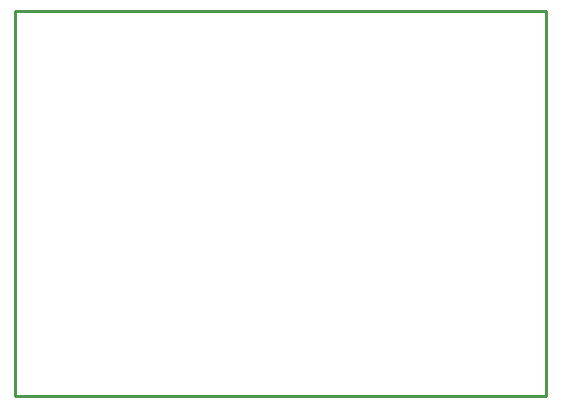
<source format=gm1>
G04*
G04 #@! TF.GenerationSoftware,Altium Limited,Altium Designer,19.1.8 (144)*
G04*
G04 Layer_Color=16711935*
%FSLAX25Y25*%
%MOIN*%
G70*
G01*
G75*
%ADD13C,0.01000*%
D13*
X9449Y128347D02*
X186614D01*
Y0D02*
Y128347D01*
X9449Y0D02*
X186614D01*
X9449D02*
Y128347D01*
M02*

</source>
